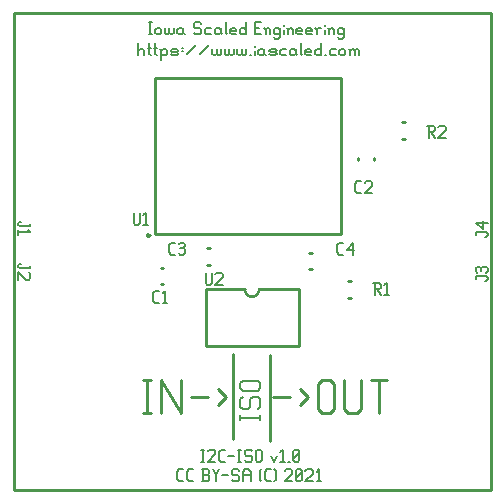
<source format=gbr>
G04 start of page 8 for group -4079 idx -4079 *
G04 Title: (unknown), topsilk *
G04 Creator: pcb 4.0.2 *
G04 CreationDate: Mon Aug 16 01:27:01 2021 UTC *
G04 For: ndholmes *
G04 Format: Gerber/RS-274X *
G04 PCB-Dimensions (mil): 1600.00 1600.00 *
G04 PCB-Coordinate-Origin: lower left *
%MOIN*%
%FSLAX25Y25*%
%LNTOPSILK*%
%ADD32C,0.0110*%
%ADD31C,0.0080*%
%ADD30C,0.0100*%
G54D30*X500Y500D02*X159500D01*
Y159500D01*
X500D01*
Y500D01*
X73500Y46000D02*Y17500D01*
X86000Y45500D02*Y17000D01*
G54D31*X45500Y156500D02*X46500D01*
X46000D02*Y152500D01*
X45500D02*X46500D01*
X47700Y154000D02*Y153000D01*
Y154000D02*X48200Y154500D01*
X49200D01*
X49700Y154000D01*
Y153000D01*
X49200Y152500D02*X49700Y153000D01*
X48200Y152500D02*X49200D01*
X47700Y153000D02*X48200Y152500D01*
X50900Y154500D02*Y153000D01*
X51400Y152500D01*
X51900D01*
X52400Y153000D01*
Y154500D02*Y153000D01*
X52900Y152500D01*
X53400D01*
X53900Y153000D01*
Y154500D02*Y153000D01*
X56600Y154500D02*X57100Y154000D01*
X55600Y154500D02*X56600D01*
X55100Y154000D02*X55600Y154500D01*
X55100Y154000D02*Y153000D01*
X55600Y152500D01*
X57100Y154500D02*Y153000D01*
X57600Y152500D01*
X55600D02*X56600D01*
X57100Y153000D01*
X62600Y156500D02*X63100Y156000D01*
X61100Y156500D02*X62600D01*
X60600Y156000D02*X61100Y156500D01*
X60600Y156000D02*Y155000D01*
X61100Y154500D01*
X62600D01*
X63100Y154000D01*
Y153000D01*
X62600Y152500D02*X63100Y153000D01*
X61100Y152500D02*X62600D01*
X60600Y153000D02*X61100Y152500D01*
X64800Y154500D02*X66300D01*
X64300Y154000D02*X64800Y154500D01*
X64300Y154000D02*Y153000D01*
X64800Y152500D01*
X66300D01*
X69000Y154500D02*X69500Y154000D01*
X68000Y154500D02*X69000D01*
X67500Y154000D02*X68000Y154500D01*
X67500Y154000D02*Y153000D01*
X68000Y152500D01*
X69500Y154500D02*Y153000D01*
X70000Y152500D01*
X68000D02*X69000D01*
X69500Y153000D01*
X71200Y156500D02*Y153000D01*
X71700Y152500D01*
X73200D02*X74700D01*
X72700Y153000D02*X73200Y152500D01*
X72700Y154000D02*Y153000D01*
Y154000D02*X73200Y154500D01*
X74200D01*
X74700Y154000D01*
X72700Y153500D02*X74700D01*
Y154000D02*Y153500D01*
X77900Y156500D02*Y152500D01*
X77400D02*X77900Y153000D01*
X76400Y152500D02*X77400D01*
X75900Y153000D02*X76400Y152500D01*
X75900Y154000D02*Y153000D01*
Y154000D02*X76400Y154500D01*
X77400D01*
X77900Y154000D01*
X80900Y154700D02*X82400D01*
X80900Y152500D02*X82900D01*
X80900Y156500D02*Y152500D01*
Y156500D02*X82900D01*
X84600Y154000D02*Y152500D01*
Y154000D02*X85100Y154500D01*
X85600D01*
X86100Y154000D01*
Y152500D01*
X84100Y154500D02*X84600Y154000D01*
X88800Y154500D02*X89300Y154000D01*
X87800Y154500D02*X88800D01*
X87300Y154000D02*X87800Y154500D01*
X87300Y154000D02*Y153000D01*
X87800Y152500D01*
X88800D01*
X89300Y153000D01*
X87300Y151500D02*X87800Y151000D01*
X88800D01*
X89300Y151500D01*
Y154500D02*Y151500D01*
X90500Y155500D02*Y155400D01*
Y154000D02*Y152500D01*
X92000Y154000D02*Y152500D01*
Y154000D02*X92500Y154500D01*
X93000D01*
X93500Y154000D01*
Y152500D01*
X91500Y154500D02*X92000Y154000D01*
X95200Y152500D02*X96700D01*
X94700Y153000D02*X95200Y152500D01*
X94700Y154000D02*Y153000D01*
Y154000D02*X95200Y154500D01*
X96200D01*
X96700Y154000D01*
X94700Y153500D02*X96700D01*
Y154000D02*Y153500D01*
X98400Y152500D02*X99900D01*
X97900Y153000D02*X98400Y152500D01*
X97900Y154000D02*Y153000D01*
Y154000D02*X98400Y154500D01*
X99400D01*
X99900Y154000D01*
X97900Y153500D02*X99900D01*
Y154000D02*Y153500D01*
X101600Y154000D02*Y152500D01*
Y154000D02*X102100Y154500D01*
X103100D01*
X101100D02*X101600Y154000D01*
X104300Y155500D02*Y155400D01*
Y154000D02*Y152500D01*
X105800Y154000D02*Y152500D01*
Y154000D02*X106300Y154500D01*
X106800D01*
X107300Y154000D01*
Y152500D01*
X105300Y154500D02*X105800Y154000D01*
X110000Y154500D02*X110500Y154000D01*
X109000Y154500D02*X110000D01*
X108500Y154000D02*X109000Y154500D01*
X108500Y154000D02*Y153000D01*
X109000Y152500D01*
X110000D01*
X110500Y153000D01*
X108500Y151500D02*X109000Y151000D01*
X110000D01*
X110500Y151500D01*
Y154500D02*Y151500D01*
X42000Y149500D02*Y145500D01*
Y147000D02*X42500Y147500D01*
X43500D01*
X44000Y147000D01*
Y145500D01*
X45700Y149500D02*Y146000D01*
X46200Y145500D01*
X45200Y148000D02*X46200D01*
X47700Y149500D02*Y146000D01*
X48200Y145500D01*
X47200Y148000D02*X48200D01*
X49700Y147000D02*Y144000D01*
X49200Y147500D02*X49700Y147000D01*
X50200Y147500D01*
X51200D01*
X51700Y147000D01*
Y146000D01*
X51200Y145500D02*X51700Y146000D01*
X50200Y145500D02*X51200D01*
X49700Y146000D02*X50200Y145500D01*
X53400D02*X54900D01*
X55400Y146000D01*
X54900Y146500D02*X55400Y146000D01*
X53400Y146500D02*X54900D01*
X52900Y147000D02*X53400Y146500D01*
X52900Y147000D02*X53400Y147500D01*
X54900D01*
X55400Y147000D01*
X52900Y146000D02*X53400Y145500D01*
X56600Y148000D02*X57100D01*
X56600Y147000D02*X57100D01*
X58300Y146000D02*X61300Y149000D01*
X62500Y146000D02*X65500Y149000D01*
X66700Y147500D02*Y146000D01*
X67200Y145500D01*
X67700D01*
X68200Y146000D01*
Y147500D02*Y146000D01*
X68700Y145500D01*
X69200D01*
X69700Y146000D01*
Y147500D02*Y146000D01*
X70900Y147500D02*Y146000D01*
X71400Y145500D01*
X71900D01*
X72400Y146000D01*
Y147500D02*Y146000D01*
X72900Y145500D01*
X73400D01*
X73900Y146000D01*
Y147500D02*Y146000D01*
X75100Y147500D02*Y146000D01*
X75600Y145500D01*
X76100D01*
X76600Y146000D01*
Y147500D02*Y146000D01*
X77100Y145500D01*
X77600D01*
X78100Y146000D01*
Y147500D02*Y146000D01*
X79300Y145500D02*X79800D01*
X81000Y148500D02*Y148400D01*
Y147000D02*Y145500D01*
X83500Y147500D02*X84000Y147000D01*
X82500Y147500D02*X83500D01*
X82000Y147000D02*X82500Y147500D01*
X82000Y147000D02*Y146000D01*
X82500Y145500D01*
X84000Y147500D02*Y146000D01*
X84500Y145500D01*
X82500D02*X83500D01*
X84000Y146000D01*
X86200Y145500D02*X87700D01*
X88200Y146000D01*
X87700Y146500D02*X88200Y146000D01*
X86200Y146500D02*X87700D01*
X85700Y147000D02*X86200Y146500D01*
X85700Y147000D02*X86200Y147500D01*
X87700D01*
X88200Y147000D01*
X85700Y146000D02*X86200Y145500D01*
X89900Y147500D02*X91400D01*
X89400Y147000D02*X89900Y147500D01*
X89400Y147000D02*Y146000D01*
X89900Y145500D01*
X91400D01*
X94100Y147500D02*X94600Y147000D01*
X93100Y147500D02*X94100D01*
X92600Y147000D02*X93100Y147500D01*
X92600Y147000D02*Y146000D01*
X93100Y145500D01*
X94600Y147500D02*Y146000D01*
X95100Y145500D01*
X93100D02*X94100D01*
X94600Y146000D01*
X96300Y149500D02*Y146000D01*
X96800Y145500D01*
X98300D02*X99800D01*
X97800Y146000D02*X98300Y145500D01*
X97800Y147000D02*Y146000D01*
Y147000D02*X98300Y147500D01*
X99300D01*
X99800Y147000D01*
X97800Y146500D02*X99800D01*
Y147000D02*Y146500D01*
X103000Y149500D02*Y145500D01*
X102500D02*X103000Y146000D01*
X101500Y145500D02*X102500D01*
X101000Y146000D02*X101500Y145500D01*
X101000Y147000D02*Y146000D01*
Y147000D02*X101500Y147500D01*
X102500D01*
X103000Y147000D01*
X104200Y145500D02*X104700D01*
X106400Y147500D02*X107900D01*
X105900Y147000D02*X106400Y147500D01*
X105900Y147000D02*Y146000D01*
X106400Y145500D01*
X107900D01*
X109100Y147000D02*Y146000D01*
Y147000D02*X109600Y147500D01*
X110600D01*
X111100Y147000D01*
Y146000D01*
X110600Y145500D02*X111100Y146000D01*
X109600Y145500D02*X110600D01*
X109100Y146000D02*X109600Y145500D01*
X112800Y147000D02*Y145500D01*
Y147000D02*X113300Y147500D01*
X113800D01*
X114300Y147000D01*
Y145500D01*
Y147000D02*X114800Y147500D01*
X115300D01*
X115800Y147000D01*
Y145500D01*
X112300Y147500D02*X112800Y147000D01*
X63000Y14000D02*X64000D01*
X63500D02*Y10000D01*
X63000D02*X64000D01*
X65200Y13500D02*X65700Y14000D01*
X67200D01*
X67700Y13500D01*
Y12500D01*
X65200Y10000D02*X67700Y12500D01*
X65200Y10000D02*X67700D01*
X69600D02*X70900D01*
X68900Y10700D02*X69600Y10000D01*
X68900Y13300D02*Y10700D01*
Y13300D02*X69600Y14000D01*
X70900D01*
X72100Y12000D02*X74100D01*
X75300Y14000D02*X76300D01*
X75800D02*Y10000D01*
X75300D02*X76300D01*
X79500Y14000D02*X80000Y13500D01*
X78000Y14000D02*X79500D01*
X77500Y13500D02*X78000Y14000D01*
X77500Y13500D02*Y12500D01*
X78000Y12000D01*
X79500D01*
X80000Y11500D01*
Y10500D01*
X79500Y10000D02*X80000Y10500D01*
X78000Y10000D02*X79500D01*
X77500Y10500D02*X78000Y10000D01*
X81200Y13500D02*Y10500D01*
Y13500D02*X81700Y14000D01*
X82700D01*
X83200Y13500D01*
Y10500D01*
X82700Y10000D02*X83200Y10500D01*
X81700Y10000D02*X82700D01*
X81200Y10500D02*X81700Y10000D01*
X86200Y12000D02*X87200Y10000D01*
X88200Y12000D02*X87200Y10000D01*
X89400Y13200D02*X90200Y14000D01*
Y10000D01*
X89400D02*X90900D01*
X92100D02*X92600D01*
X93800Y10500D02*X94300Y10000D01*
X93800Y13500D02*Y10500D01*
Y13500D02*X94300Y14000D01*
X95300D01*
X95800Y13500D01*
Y10500D01*
X95300Y10000D02*X95800Y10500D01*
X94300Y10000D02*X95300D01*
X93800Y11000D02*X95800Y13000D01*
X55700Y3500D02*X57000D01*
X55000Y4200D02*X55700Y3500D01*
X55000Y6800D02*Y4200D01*
Y6800D02*X55700Y7500D01*
X57000D01*
X58900Y3500D02*X60200D01*
X58200Y4200D02*X58900Y3500D01*
X58200Y6800D02*Y4200D01*
Y6800D02*X58900Y7500D01*
X60200D01*
X63200Y3500D02*X65200D01*
X65700Y4000D01*
Y5200D02*Y4000D01*
X65200Y5700D02*X65700Y5200D01*
X63700Y5700D02*X65200D01*
X63700Y7500D02*Y3500D01*
X63200Y7500D02*X65200D01*
X65700Y7000D01*
Y6200D01*
X65200Y5700D02*X65700Y6200D01*
X66900Y7500D02*X67900Y5500D01*
X68900Y7500D01*
X67900Y5500D02*Y3500D01*
X70100Y5500D02*X72100D01*
X75300Y7500D02*X75800Y7000D01*
X73800Y7500D02*X75300D01*
X73300Y7000D02*X73800Y7500D01*
X73300Y7000D02*Y6000D01*
X73800Y5500D01*
X75300D01*
X75800Y5000D01*
Y4000D01*
X75300Y3500D02*X75800Y4000D01*
X73800Y3500D02*X75300D01*
X73300Y4000D02*X73800Y3500D01*
X77000Y6500D02*Y3500D01*
Y6500D02*X77700Y7500D01*
X78800D01*
X79500Y6500D01*
Y3500D01*
X77000Y5500D02*X79500D01*
X82500Y4000D02*X83000Y3500D01*
X82500Y7000D02*X83000Y7500D01*
X82500Y7000D02*Y4000D01*
X84900Y3500D02*X86200D01*
X84200Y4200D02*X84900Y3500D01*
X84200Y6800D02*Y4200D01*
Y6800D02*X84900Y7500D01*
X86200D01*
X87400D02*X87900Y7000D01*
Y4000D01*
X87400Y3500D02*X87900Y4000D01*
X90900Y7000D02*X91400Y7500D01*
X92900D01*
X93400Y7000D01*
Y6000D01*
X90900Y3500D02*X93400Y6000D01*
X90900Y3500D02*X93400D01*
X94600Y4000D02*X95100Y3500D01*
X94600Y7000D02*Y4000D01*
Y7000D02*X95100Y7500D01*
X96100D01*
X96600Y7000D01*
Y4000D01*
X96100Y3500D02*X96600Y4000D01*
X95100Y3500D02*X96100D01*
X94600Y4500D02*X96600Y6500D01*
X97800Y7000D02*X98300Y7500D01*
X99800D01*
X100300Y7000D01*
Y6000D01*
X97800Y3500D02*X100300Y6000D01*
X97800Y3500D02*X100300D01*
X101500Y6700D02*X102300Y7500D01*
Y3500D01*
X101500D02*X103000D01*
X76160Y25660D02*Y24000D01*
Y24830D02*X82800D01*
Y25660D02*Y24000D01*
X76160Y30972D02*X76990Y31802D01*
X76160Y30972D02*Y28482D01*
X76990Y27652D02*X76160Y28482D01*
X76990Y27652D02*X78650D01*
X79480Y28482D01*
Y30972D02*Y28482D01*
Y30972D02*X80310Y31802D01*
X81970D01*
X82800Y30972D02*X81970Y31802D01*
X82800Y30972D02*Y28482D01*
X81970Y27652D02*X82800Y28482D01*
X76990Y33794D02*X81970D01*
X76990D02*X76160Y34624D01*
Y36284D02*Y34624D01*
Y36284D02*X76990Y37114D01*
X81970D01*
X82800Y36284D02*X81970Y37114D01*
X82800Y36284D02*Y34624D01*
X81970Y33794D02*X82800Y34624D01*
G54D32*X43500Y37240D02*X46260D01*
X44880D02*Y26200D01*
X43500D02*X46260D01*
X49572Y37240D02*Y26200D01*
Y37240D02*X56472Y26200D01*
Y37240D02*Y26200D01*
X59784Y31720D02*X65304D01*
X68616Y34480D02*X71376Y31720D01*
X68616Y28960D02*X71376Y31720D01*
X87000D02*X92520D01*
X95832Y34480D02*X98592Y31720D01*
X95832Y28960D02*X98592Y31720D01*
X101904Y35860D02*Y27580D01*
Y35860D02*X103284Y37240D01*
X106044D01*
X107424Y35860D01*
Y27580D01*
X106044Y26200D02*X107424Y27580D01*
X103284Y26200D02*X106044D01*
X101904Y27580D02*X103284Y26200D01*
X110736Y37240D02*Y27580D01*
X112116Y26200D01*
X114876D01*
X116256Y27580D01*
Y37240D02*Y27580D01*
X119568Y37240D02*X125088D01*
X122328D02*Y26200D01*
G54D30*X120755Y111350D02*Y110564D01*
X115245Y111350D02*Y110564D01*
X130107Y123255D02*X130893D01*
X130107Y117745D02*X130893D01*
X112107Y70255D02*X112893D01*
X112107Y64745D02*X112893D01*
X99064Y74245D02*X99850D01*
X99064Y79755D02*X99850D01*
X64500Y67500D02*Y48500D01*
X95500D01*
Y67500D01*
X64500D02*X77500D01*
X95500D02*X82500D01*
X77500D02*G75*G03X82500Y67500I2500J0D01*G01*
X65107Y75745D02*X65893D01*
X65107Y81255D02*X65893D01*
X49607Y69245D02*X50393D01*
X49607Y74755D02*X50393D01*
X47500Y138000D02*X109500D01*
X47500Y86000D02*X109500D01*
X47500Y138000D02*Y86000D01*
X109500Y138000D02*Y86000D01*
X45000Y85500D02*G75*G03X45000Y85500I500J0D01*G01*
G54D31*X115157Y99500D02*X116457D01*
X114457Y100200D02*X115157Y99500D01*
X114457Y102800D02*Y100200D01*
Y102800D02*X115157Y103500D01*
X116457D01*
X117657Y103000D02*X118157Y103500D01*
X119657D01*
X120157Y103000D01*
Y102000D01*
X117657Y99500D02*X120157Y102000D01*
X117657Y99500D02*X120157D01*
X154500Y86531D02*Y85731D01*
Y86531D02*X158000D01*
X158500Y86031D02*X158000Y86531D01*
X158500Y86031D02*Y85531D01*
X158000Y85031D02*X158500Y85531D01*
X157500Y85031D02*X158000D01*
X157000Y87732D02*X154500Y89732D01*
X157000Y90232D02*Y87732D01*
X154500Y89732D02*X158500D01*
X154500Y71957D02*Y71157D01*
Y71957D02*X158000D01*
X158500Y71457D02*X158000Y71957D01*
X158500Y71457D02*Y70957D01*
X158000Y70457D02*X158500Y70957D01*
X157500Y70457D02*X158000D01*
X155000Y73157D02*X154500Y73657D01*
Y74657D02*Y73657D01*
Y74657D02*X155000Y75157D01*
X158500Y74657D02*X158000Y75157D01*
X158500Y74657D02*Y73657D01*
X158000Y73157D02*X158500Y73657D01*
X156300Y74657D02*Y73657D01*
X155000Y75157D02*X155800D01*
X156800D02*X158000D01*
X156800D02*X156300Y74657D01*
X155800Y75157D02*X156300Y74657D01*
X47700Y63000D02*X49000D01*
X47000Y63700D02*X47700Y63000D01*
X47000Y66300D02*Y63700D01*
Y66300D02*X47700Y67000D01*
X49000D01*
X50200Y66200D02*X51000Y67000D01*
Y63000D01*
X50200D02*X51700D01*
X64500Y73000D02*Y69500D01*
X65000Y69000D01*
X66000D01*
X66500Y69500D01*
Y73000D02*Y69500D01*
X67700Y72500D02*X68200Y73000D01*
X69700D01*
X70200Y72500D01*
Y71500D01*
X67700Y69000D02*X70200Y71500D01*
X67700Y69000D02*X70200D01*
X40531Y93000D02*Y89500D01*
X41031Y89000D01*
X42031D01*
X42531Y89500D01*
Y93000D02*Y89500D01*
X43732Y92200D02*X44532Y93000D01*
Y89000D01*
X43732D02*X45232D01*
X53081Y79150D02*X54381D01*
X52381Y79850D02*X53081Y79150D01*
X52381Y82450D02*Y79850D01*
Y82450D02*X53081Y83150D01*
X54381D01*
X55582Y82650D02*X56082Y83150D01*
X57082D01*
X57582Y82650D01*
X57082Y79150D02*X57582Y79650D01*
X56082Y79150D02*X57082D01*
X55582Y79650D02*X56082Y79150D01*
Y81350D02*X57082D01*
X57582Y82650D02*Y81850D01*
Y80850D02*Y79650D01*
Y80850D02*X57082Y81350D01*
X57582Y81850D02*X57082Y81350D01*
X138350Y122150D02*X140350D01*
X140850Y121650D01*
Y120650D01*
X140350Y120150D02*X140850Y120650D01*
X138850Y120150D02*X140350D01*
X138850Y122150D02*Y118150D01*
X139650Y120150D02*X140850Y118150D01*
X142050Y121650D02*X142550Y122150D01*
X144050D01*
X144550Y121650D01*
Y120650D01*
X142050Y118150D02*X144550Y120650D01*
X142050Y118150D02*X144550D01*
X109062Y79150D02*X110362D01*
X108362Y79850D02*X109062Y79150D01*
X108362Y82450D02*Y79850D01*
Y82450D02*X109062Y83150D01*
X110362D01*
X111562Y80650D02*X113562Y83150D01*
X111562Y80650D02*X114062D01*
X113562Y83150D02*Y79150D01*
X120381Y69650D02*X122381D01*
X122881Y69150D01*
Y68150D01*
X122381Y67650D02*X122881Y68150D01*
X120881Y67650D02*X122381D01*
X120881Y69650D02*Y65650D01*
X121681Y67650D02*X122881Y65650D01*
X124082Y68850D02*X124882Y69650D01*
Y65650D01*
X124082D02*X125582D01*
X6000Y75300D02*Y74500D01*
X2500D02*X6000D01*
X2000Y75000D02*X2500Y74500D01*
X2000Y75500D02*Y75000D01*
X2500Y76000D02*X2000Y75500D01*
X2500Y76000D02*X3000D01*
X5500Y73300D02*X6000Y72800D01*
Y71300D01*
X5500Y70800D01*
X4500D02*X5500D01*
X2000Y73300D02*X4500Y70800D01*
X2000Y73300D02*Y70800D01*
X6000Y89300D02*Y88500D01*
X2500D02*X6000D01*
X2000Y89000D02*X2500Y88500D01*
X2000Y89500D02*Y89000D01*
X2500Y90000D02*X2000Y89500D01*
X2500Y90000D02*X3000D01*
X5200Y87300D02*X6000Y86500D01*
X2000D02*X6000D01*
X2000Y87300D02*Y85800D01*
M02*

</source>
